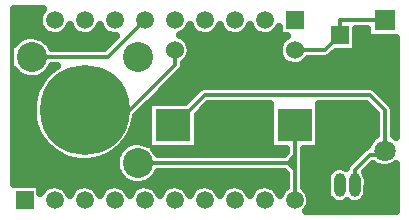
<source format=gbr>
G04 DipTrace 2.4.0.2*
%INTop.gbr*%
%MOIN*%
%ADD13C,0.013*%
%ADD14C,0.025*%
%ADD15C,0.063*%
%ADD16R,0.063X0.063*%
%ADD17R,0.0709X0.0709*%
%ADD18C,0.0709*%
%ADD19C,0.3*%
%ADD20C,0.1*%
%ADD21R,0.0591X0.0591*%
%ADD22C,0.0591*%
%ADD23R,0.118X0.11*%
%ADD24O,0.0394X0.0787*%
%ADD25C,0.06*%
%ADD26C,0.06*%
%FSLAX44Y44*%
G04*
G70*
G90*
G75*
G01*
%LNTop*%
%LPD*%
X9690Y9690D2*
D13*
Y9190D1*
X8190Y7690D1*
X6690D1*
X4922Y9458D2*
X7458D1*
X8690Y10690D1*
X4922Y5922D2*
Y5958D1*
X4260Y6620D1*
Y10260D1*
X4690Y10690D1*
X13690Y7190D2*
Y6158D1*
Y5963D1*
Y5697D1*
Y4690D1*
X8458Y5922D2*
X13465D1*
X13537Y5851D1*
X13690Y5697D1*
X13537Y5851D2*
Y6004D1*
X13586Y6053D1*
X13690Y6158D1*
X13537Y5851D2*
X13578D1*
X13690Y5963D1*
X13586Y6053D1*
X9640Y7190D2*
X9690D1*
X10690Y8190D1*
X16190D1*
X16690Y7690D1*
Y6340D1*
X15690Y5190D2*
Y5690D1*
X16190Y6190D1*
X16540D1*
X16690Y6340D1*
X13690Y9690D2*
X14690D1*
X15190Y10190D1*
Y10690D1*
X16690D1*
X4350Y10806D2*
D14*
X5150D1*
X4350Y10558D2*
X5154D1*
X4350Y10309D2*
X5298D1*
X6082D2*
X6298D1*
X7082D2*
X7298D1*
X10082D2*
X10298D1*
X11082D2*
X11298D1*
X12082D2*
X12298D1*
X15766D2*
X16075D1*
X4350Y10060D2*
X4478D1*
X5368D2*
X7611D1*
X10102D2*
X13279D1*
X15766D2*
X17029D1*
X5590Y9812D2*
X7361D1*
X10235D2*
X13146D1*
X15766D2*
X17029D1*
X10235Y9563D2*
X13146D1*
X15012D2*
X17029D1*
X10094Y9314D2*
X13286D1*
X14094D2*
X17029D1*
X9989Y9065D2*
X17029D1*
X4350Y8817D2*
X4536D1*
X9766D2*
X17029D1*
X4350Y8568D2*
X5169D1*
X9516D2*
X17029D1*
X4350Y8319D2*
X5048D1*
X9270D2*
X10372D1*
X16508D2*
X17029D1*
X4350Y8071D2*
X4974D1*
X9020D2*
X10122D1*
X16758D2*
X17029D1*
X4350Y7822D2*
X4935D1*
X10770D2*
X12841D1*
X14539D2*
X16111D1*
X4350Y7573D2*
X4935D1*
X8524D2*
X8790D1*
X10524D2*
X12841D1*
X14539D2*
X16357D1*
X4350Y7325D2*
X4970D1*
X8411D2*
X8790D1*
X10489D2*
X12841D1*
X14539D2*
X16364D1*
X4350Y7076D2*
X5044D1*
X8336D2*
X8790D1*
X10489D2*
X12841D1*
X14539D2*
X16364D1*
X4350Y6827D2*
X5161D1*
X8219D2*
X8790D1*
X10489D2*
X12841D1*
X14539D2*
X16333D1*
X4350Y6579D2*
X5333D1*
X10489D2*
X12841D1*
X14539D2*
X16126D1*
X4350Y6330D2*
X5587D1*
X9094D2*
X13364D1*
X14016D2*
X15880D1*
X4350Y6081D2*
X6017D1*
X7364D2*
X7716D1*
X14016D2*
X15634D1*
X4350Y5833D2*
X7704D1*
X14016D2*
X15400D1*
X4350Y5584D2*
X7779D1*
X9133D2*
X13353D1*
X14016D2*
X14782D1*
X16098D2*
X17029D1*
X4350Y5335D2*
X7989D1*
X8926D2*
X13364D1*
X14016D2*
X14732D1*
X16145D2*
X17029D1*
X6067Y5086D2*
X6314D1*
X7067D2*
X7314D1*
X8067D2*
X8314D1*
X9067D2*
X9314D1*
X10067D2*
X10314D1*
X11067D2*
X11314D1*
X12067D2*
X12314D1*
X13067D2*
X13314D1*
X14067D2*
X14732D1*
X16145D2*
X17029D1*
X14223Y4838D2*
X14763D1*
X16118D2*
X17029D1*
X14235Y4589D2*
X15013D1*
X15368D2*
X15510D1*
X15868D2*
X17029D1*
X14114Y4340D2*
X17029D1*
X15740Y10392D2*
Y9640D1*
X15064D1*
X14902Y9478D1*
X14794Y9410D1*
X14690Y9390D1*
X14131D1*
X14099Y9345D1*
X14008Y9260D1*
X13900Y9198D1*
X13780Y9163D1*
X13655Y9156D1*
X13533Y9179D1*
X13419Y9229D1*
X13319Y9304D1*
X13240Y9401D1*
X13185Y9513D1*
X13158Y9634D1*
X13159Y9759D1*
X13190Y9880D1*
X13247Y9991D1*
X13329Y10085D1*
X13434Y10159D1*
X13160Y10160D1*
Y10445D1*
X13093Y10345D1*
X13002Y10261D1*
X12893Y10200D1*
X12773Y10166D1*
X12648Y10161D1*
X12526Y10186D1*
X12412Y10238D1*
X12315Y10315D1*
X12238Y10413D1*
X12190Y10516D1*
X12162Y10449D1*
X12093Y10345D1*
X12002Y10261D1*
X11893Y10200D1*
X11773Y10166D1*
X11648Y10161D1*
X11526Y10186D1*
X11412Y10238D1*
X11315Y10315D1*
X11238Y10413D1*
X11190Y10516D1*
X11162Y10449D1*
X11093Y10345D1*
X11002Y10261D1*
X10893Y10200D1*
X10773Y10166D1*
X10648Y10161D1*
X10526Y10186D1*
X10412Y10238D1*
X10315Y10315D1*
X10238Y10413D1*
X10190Y10516D1*
X10162Y10449D1*
X10093Y10345D1*
X10002Y10261D1*
X9866Y10193D1*
X9912Y10177D1*
X10019Y10112D1*
X10107Y10025D1*
X10174Y9919D1*
X10213Y9801D1*
X10225Y9690D1*
X10210Y9566D1*
X10168Y9449D1*
X10099Y9345D1*
X9991Y9250D1*
X9990Y9190D1*
X9962Y9065D1*
X9902Y8978D1*
X8899Y7975D1*
X10053D1*
X10478Y8402D1*
X10586Y8470D1*
X10690Y8490D1*
X16190D1*
X16315Y8462D1*
X16402Y8402D1*
X16902Y7902D1*
X16970Y7794D1*
X16990Y7690D1*
Y6850D1*
X17057Y6797D1*
X17055Y9325D1*
Y10102D1*
X16101Y10101D1*
Y10394D1*
X15741Y10390D1*
X17057Y5882D2*
X16978Y5825D1*
X16863Y5776D1*
X16741Y5752D1*
X16616Y5755D1*
X16495Y5784D1*
X16382Y5837D1*
X16311Y5892D1*
X16051Y5627D1*
X16113Y5475D1*
X16122Y5387D1*
X16118Y4993D1*
X16104Y4870D1*
X16051Y4757D1*
X15969Y4664D1*
X15863Y4598D1*
X15743Y4565D1*
X15619Y4567D1*
X15500Y4605D1*
X15445Y4643D1*
X15363Y4598D1*
X15243Y4565D1*
X15119Y4567D1*
X15000Y4605D1*
X14897Y4676D1*
X14819Y4772D1*
X14771Y4888D1*
X14758Y4993D1*
X14762Y5387D1*
X14782Y5528D1*
X14839Y5638D1*
X14925Y5728D1*
X15034Y5789D1*
X15155Y5817D1*
X15279Y5809D1*
X15399Y5764D1*
X15436Y5849D1*
X15566Y5991D1*
X15978Y6402D1*
X16119Y6487D1*
X16163Y6603D1*
X16230Y6708D1*
X16318Y6797D1*
X16387Y6842D1*
X16389Y7566D1*
X16065Y7890D1*
X14514D1*
X14515Y6405D1*
X13988D1*
X13990Y5963D1*
Y5131D1*
X14120Y5001D1*
X14180Y4892D1*
X14214Y4771D1*
X14220Y4690D1*
X14206Y4566D1*
X14162Y4449D1*
X14073Y4327D1*
X15700Y4325D1*
X17055D1*
Y5876D1*
X8412Y7491D2*
X8385Y7318D1*
X8314Y7078D1*
X8209Y6852D1*
X8073Y6642D1*
X7908Y6454D1*
X7718Y6292D1*
X7507Y6159D1*
X7278Y6058D1*
X7038Y5990D1*
X6790Y5958D1*
X6541Y5961D1*
X6294Y6001D1*
X6055Y6075D1*
X5830Y6183D1*
X5623Y6322D1*
X5437Y6490D1*
X5278Y6682D1*
X5148Y6895D1*
X5050Y7125D1*
X4985Y7366D1*
X4957Y7614D1*
X4964Y7864D1*
X5007Y8110D1*
X5084Y8347D1*
X5195Y8571D1*
X5337Y8777D1*
X5508Y8960D1*
X5702Y9116D1*
X5765Y9156D1*
X5594Y9158D1*
X5494Y8995D1*
X5407Y8905D1*
X5307Y8831D1*
X5195Y8775D1*
X5076Y8739D1*
X4952Y8723D1*
X4827Y8729D1*
X4705Y8756D1*
X4589Y8802D1*
X4483Y8868D1*
X4390Y8951D1*
X4324Y9033D1*
X4325Y5223D1*
X5220Y5220D1*
Y4935D1*
X5262Y5002D1*
X5346Y5094D1*
X5450Y5163D1*
X5567Y5206D1*
X5691Y5220D1*
X5815Y5205D1*
X5932Y5162D1*
X6035Y5092D1*
X6120Y5001D1*
X6188Y4865D1*
X6262Y5002D1*
X6346Y5094D1*
X6450Y5163D1*
X6567Y5206D1*
X6691Y5220D1*
X6815Y5205D1*
X6932Y5162D1*
X7035Y5092D1*
X7120Y5001D1*
X7188Y4865D1*
X7262Y5002D1*
X7346Y5094D1*
X7450Y5163D1*
X7567Y5206D1*
X7691Y5220D1*
X7815Y5205D1*
X7932Y5162D1*
X8035Y5092D1*
X8120Y5001D1*
X8188Y4865D1*
X8262Y5002D1*
X8346Y5094D1*
X8450Y5163D1*
X8527Y5191D1*
X8363Y5193D1*
X8241Y5220D1*
X8125Y5267D1*
X8019Y5333D1*
X7925Y5416D1*
X7847Y5513D1*
X7787Y5622D1*
X7746Y5740D1*
X7725Y5863D1*
X7726Y5988D1*
X7747Y6111D1*
X7790Y6229D1*
X7851Y6337D1*
X7930Y6434D1*
X8024Y6516D1*
X8131Y6581D1*
X8247Y6626D1*
X8369Y6652D1*
X8494Y6656D1*
X8618Y6640D1*
X8737Y6602D1*
X8817Y6561D1*
X8815Y7893D1*
X8416Y7491D1*
X9127Y5624D2*
X9099Y5563D1*
X9029Y5460D1*
X8943Y5370D1*
X8842Y5296D1*
X8731Y5240D1*
X8667Y5220D1*
X8815Y5205D1*
X8932Y5162D1*
X9035Y5092D1*
X9120Y5001D1*
X9188Y4865D1*
X9262Y5002D1*
X9346Y5094D1*
X9450Y5163D1*
X9567Y5206D1*
X9691Y5220D1*
X9815Y5205D1*
X9932Y5162D1*
X10035Y5092D1*
X10120Y5001D1*
X10188Y4865D1*
X10262Y5002D1*
X10346Y5094D1*
X10450Y5163D1*
X10567Y5206D1*
X10691Y5220D1*
X10815Y5205D1*
X10932Y5162D1*
X11035Y5092D1*
X11120Y5001D1*
X11188Y4865D1*
X11262Y5002D1*
X11346Y5094D1*
X11450Y5163D1*
X11567Y5206D1*
X11691Y5220D1*
X11815Y5205D1*
X11932Y5162D1*
X12035Y5092D1*
X12120Y5001D1*
X12188Y4865D1*
X12262Y5002D1*
X12346Y5094D1*
X12450Y5163D1*
X12567Y5206D1*
X12691Y5220D1*
X12815Y5205D1*
X12932Y5162D1*
X13035Y5092D1*
X13120Y5001D1*
X13188Y4865D1*
X13262Y5002D1*
X13346Y5094D1*
X13389Y5122D1*
Y5574D1*
X13346Y5614D1*
X13090Y5622D1*
X9125D1*
X9009Y6405D2*
X9102Y6275D1*
X9126Y6222D1*
X13329D1*
X13390Y6283D1*
Y6405D1*
X12865D1*
Y7893D1*
X12190Y7890D1*
X10814Y7889D1*
X10463Y7539D1*
X10465Y6405D1*
X9008D1*
X4323Y9882D2*
X4395Y9969D1*
X4489Y10051D1*
X4595Y10116D1*
X4712Y10162D1*
X4834Y10187D1*
X4959Y10192D1*
X5082Y10175D1*
X5201Y10138D1*
X5312Y10081D1*
X5412Y10006D1*
X5498Y9915D1*
X5567Y9811D1*
X5591Y9757D1*
X7334Y9758D1*
X7740Y10164D1*
X7648Y10161D1*
X7526Y10186D1*
X7412Y10238D1*
X7315Y10315D1*
X7238Y10413D1*
X7190Y10516D1*
X7162Y10449D1*
X7093Y10345D1*
X7002Y10261D1*
X6893Y10200D1*
X6773Y10166D1*
X6648Y10161D1*
X6526Y10186D1*
X6412Y10238D1*
X6315Y10315D1*
X6238Y10413D1*
X6190Y10516D1*
X6162Y10449D1*
X6093Y10345D1*
X6002Y10261D1*
X5893Y10200D1*
X5773Y10166D1*
X5648Y10161D1*
X5526Y10186D1*
X5412Y10238D1*
X5315Y10315D1*
X5238Y10413D1*
X5185Y10527D1*
X5161Y10649D1*
X5166Y10774D1*
X5200Y10894D1*
X5262Y11002D1*
X5305Y11055D1*
X4325D1*
Y9887D1*
D15*
X15190Y7190D3*
D16*
Y10190D3*
D17*
X16690Y10690D3*
D18*
Y6340D3*
D19*
X6690Y7690D3*
D20*
X8458Y5922D3*
X4922D3*
Y9458D3*
X8458D3*
D21*
X13690Y10690D3*
D22*
X12690D3*
X11690D3*
X10690D3*
X9690D3*
X8690D3*
X7690D3*
X6690D3*
X5690D3*
X4690D3*
D21*
Y4690D3*
D22*
X5690D3*
X6690D3*
X7690D3*
X8690D3*
X9690D3*
X10690D3*
X11690D3*
X12690D3*
X13690D3*
D23*
Y7190D3*
X9640D3*
G36*
X16387Y5485D2*
X16288Y5584D1*
X16092D1*
X15993Y5485D1*
Y4895D1*
X16092Y4796D1*
X16288D1*
X16387Y4895D1*
Y5485D1*
G37*
D24*
X15690Y5190D3*
X15190D3*
D25*
X9690Y9690D3*
D26*
X13690D3*
M02*

</source>
